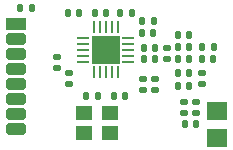
<source format=gbr>
%TF.GenerationSoftware,KiCad,Pcbnew,6.0.11-2627ca5db0~126~ubuntu22.04.1*%
%TF.CreationDate,2023-08-29T09:14:04+02:00*%
%TF.ProjectId,CC1101_868MHz_RF_Modul_FUEL4EP,43433131-3031-45f3-9836-384d487a5f52,1.2*%
%TF.SameCoordinates,Original*%
%TF.FileFunction,Soldermask,Top*%
%TF.FilePolarity,Negative*%
%FSLAX46Y46*%
G04 Gerber Fmt 4.6, Leading zero omitted, Abs format (unit mm)*
G04 Created by KiCad (PCBNEW 6.0.11-2627ca5db0~126~ubuntu22.04.1) date 2023-08-29 09:14:04*
%MOMM*%
%LPD*%
G01*
G04 APERTURE LIST*
G04 Aperture macros list*
%AMRoundRect*
0 Rectangle with rounded corners*
0 $1 Rounding radius*
0 $2 $3 $4 $5 $6 $7 $8 $9 X,Y pos of 4 corners*
0 Add a 4 corners polygon primitive as box body*
4,1,4,$2,$3,$4,$5,$6,$7,$8,$9,$2,$3,0*
0 Add four circle primitives for the rounded corners*
1,1,$1+$1,$2,$3*
1,1,$1+$1,$4,$5*
1,1,$1+$1,$6,$7*
1,1,$1+$1,$8,$9*
0 Add four rect primitives between the rounded corners*
20,1,$1+$1,$2,$3,$4,$5,0*
20,1,$1+$1,$4,$5,$6,$7,0*
20,1,$1+$1,$6,$7,$8,$9,0*
20,1,$1+$1,$8,$9,$2,$3,0*%
G04 Aperture macros list end*
%ADD10RoundRect,0.147500X-0.147500X-0.172500X0.147500X-0.172500X0.147500X0.172500X-0.147500X0.172500X0*%
%ADD11RoundRect,0.140000X0.140000X0.170000X-0.140000X0.170000X-0.140000X-0.170000X0.140000X-0.170000X0*%
%ADD12RoundRect,0.140000X-0.140000X-0.170000X0.140000X-0.170000X0.140000X0.170000X-0.140000X0.170000X0*%
%ADD13RoundRect,0.250000X-0.600000X-0.250000X0.600000X-0.250000X0.600000X0.250000X-0.600000X0.250000X0*%
%ADD14RoundRect,0.147500X-0.172500X0.147500X-0.172500X-0.147500X0.172500X-0.147500X0.172500X0.147500X0*%
%ADD15RoundRect,0.140000X0.170000X-0.140000X0.170000X0.140000X-0.170000X0.140000X-0.170000X-0.140000X0*%
%ADD16R,1.800000X1.500000*%
%ADD17RoundRect,0.140000X-0.170000X0.140000X-0.170000X-0.140000X0.170000X-0.140000X0.170000X0.140000X0*%
%ADD18RoundRect,0.135000X0.135000X0.185000X-0.135000X0.185000X-0.135000X-0.185000X0.135000X-0.185000X0*%
%ADD19R,1.400000X1.200000*%
%ADD20R,1.700000X1.000000*%
%ADD21RoundRect,0.062500X-0.425000X-0.062500X0.425000X-0.062500X0.425000X0.062500X-0.425000X0.062500X0*%
%ADD22RoundRect,0.062500X-0.062500X-0.425000X0.062500X-0.425000X0.062500X0.425000X-0.062500X0.425000X0*%
%ADD23R,2.400000X2.400000*%
G04 APERTURE END LIST*
D10*
%TO.C,L1*%
X11794000Y8892800D03*
X12764000Y8892800D03*
%TD*%
D11*
%TO.C,C14*%
X8608000Y11811000D03*
X7648000Y11811000D03*
%TD*%
D10*
%TO.C,L7*%
X15263000Y2413000D03*
X16233000Y2413000D03*
%TD*%
%TO.C,L3*%
X14695600Y6731400D03*
X15665600Y6731400D03*
%TD*%
%TO.C,L2*%
X11794000Y7902800D03*
X12764000Y7902800D03*
%TD*%
D11*
%TO.C,C5*%
X17704200Y7925200D03*
X16744200Y7925200D03*
%TD*%
D12*
%TO.C,C3*%
X14680600Y5613800D03*
X15640600Y5613800D03*
%TD*%
D13*
%TO.C,JC5*%
X950000Y5810000D03*
%TD*%
D14*
%TO.C,L6*%
X16750000Y6735000D03*
X16750000Y5765000D03*
%TD*%
D15*
%TO.C,C2*%
X13729000Y7904800D03*
X13729000Y8864800D03*
%TD*%
D16*
%TO.C,JA1*%
X18000000Y3550000D03*
%TD*%
D13*
%TO.C,JC8*%
X950000Y2000000D03*
%TD*%
D15*
%TO.C,C7*%
X16200000Y3330000D03*
X16200000Y4290000D03*
%TD*%
D17*
%TO.C,C16*%
X5435600Y6728400D03*
X5435600Y5768400D03*
%TD*%
D18*
%TO.C,R1*%
X10797000Y11811000D03*
X9777000Y11811000D03*
%TD*%
D17*
%TO.C,C15*%
X11725000Y6230000D03*
X11725000Y5270000D03*
%TD*%
%TO.C,C17*%
X12725000Y6230000D03*
X12725000Y5270000D03*
%TD*%
D16*
%TO.C,JA2*%
X18000000Y1270000D03*
%TD*%
D10*
%TO.C,L4*%
X14695600Y8966600D03*
X15665600Y8966600D03*
%TD*%
D19*
%TO.C,Y1*%
X6723200Y1690000D03*
X8923200Y1690000D03*
X8923200Y3390000D03*
X6723200Y3390000D03*
%TD*%
D17*
%TO.C,C13*%
X4470400Y8113600D03*
X4470400Y7153600D03*
%TD*%
D12*
%TO.C,C10*%
X5393000Y11811000D03*
X6353000Y11811000D03*
%TD*%
%TO.C,C4*%
X14680600Y7899800D03*
X15640600Y7899800D03*
%TD*%
D13*
%TO.C,JC6*%
X950000Y4540000D03*
%TD*%
D10*
%TO.C,FB1*%
X1340000Y12275000D03*
X2310000Y12275000D03*
%TD*%
D12*
%TO.C,C12*%
X11670000Y11150000D03*
X12630000Y11150000D03*
%TD*%
D13*
%TO.C,JC3*%
X950000Y8350000D03*
%TD*%
%TO.C,JC2*%
X950000Y9620000D03*
%TD*%
D20*
%TO.C,JC1*%
X950000Y10890000D03*
%TD*%
D10*
%TO.C,L5*%
X16759200Y8941200D03*
X17729200Y8941200D03*
%TD*%
D12*
%TO.C,C11*%
X11645000Y10125000D03*
X12605000Y10125000D03*
%TD*%
%TO.C,C8*%
X6936800Y4826000D03*
X7896800Y4826000D03*
%TD*%
%TO.C,C1*%
X14680600Y9982600D03*
X15640600Y9982600D03*
%TD*%
D15*
%TO.C,C6*%
X15240000Y3330000D03*
X15240000Y4290000D03*
%TD*%
D11*
%TO.C,C9*%
X10205000Y4801000D03*
X9245000Y4801000D03*
%TD*%
D13*
%TO.C,JC4*%
X950000Y7080000D03*
%TD*%
D21*
%TO.C,U1*%
X6691500Y9702800D03*
X6691500Y9202800D03*
X6691500Y8702800D03*
X6691500Y8202800D03*
X6691500Y7702800D03*
D22*
X7579000Y6815300D03*
X8079000Y6815300D03*
X8579000Y6815300D03*
X9079000Y6815300D03*
X9579000Y6815300D03*
D21*
X10466500Y7702800D03*
X10466500Y8202800D03*
X10466500Y8702800D03*
X10466500Y9202800D03*
X10466500Y9702800D03*
D22*
X9579000Y10590300D03*
X9079000Y10590300D03*
X8579000Y10590300D03*
X8079000Y10590300D03*
X7579000Y10590300D03*
D23*
X8579000Y8702800D03*
%TD*%
D13*
%TO.C,JC7*%
X950000Y3270000D03*
%TD*%
M02*

</source>
